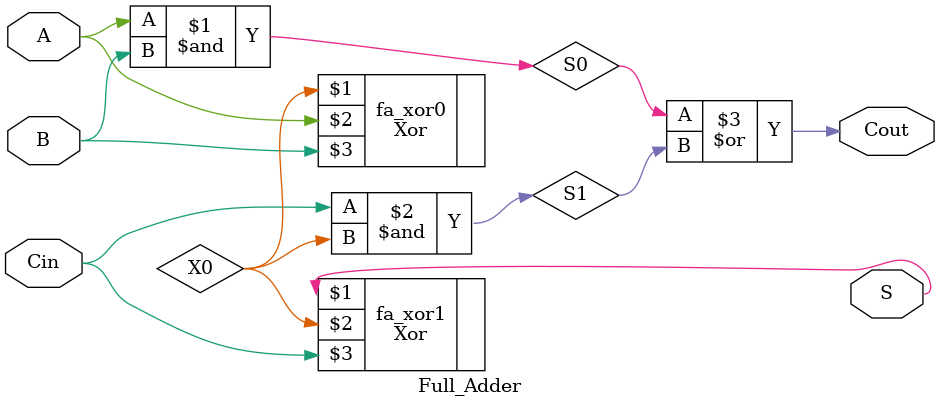
<source format=v>
/****************************************************************************************************/
// Title      : Full Adder 1bit Verilog File
// File       : Full_Adder.v
/****************************************************************************************************/ 
// Author                : Alejandro Guerena
// E-Mail                : md679705@iteso.mx
// Date of last revision : March-2012
// Notes                 : 
//
/****************************************************************************************************/  

module Full_Adder(A, B, Cin, S, Cout);

  input  A, B, Cin;
  output S, Cout;
  
  Xor  fa_xor0 (X0, A,  B);
  Xor  fa_xor1 (S , X0, Cin);
  and  fa_and0 (S0, A,    B);
  and  fa_and1 (S1, Cin,  X0);
  or   fa_or0  (Cout, S0, S1);
       
  
endmodule
</source>
